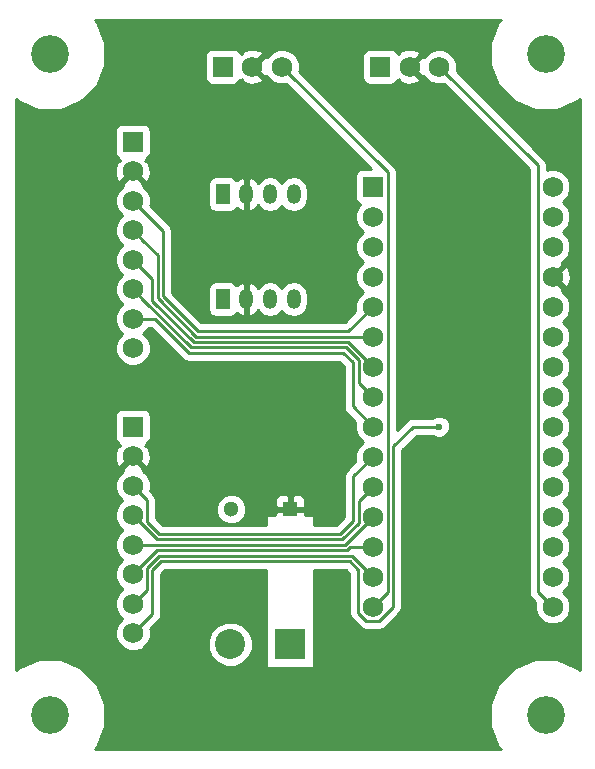
<source format=gbr>
G04 #@! TF.FileFunction,Copper,L2,Bot,Signal*
%FSLAX46Y46*%
G04 Gerber Fmt 4.6, Leading zero omitted, Abs format (unit mm)*
G04 Created by KiCad (PCBNEW 4.0.3+e1-6302~38~ubuntu15.04.1-stable) date Sat Aug 27 17:27:27 2016*
%MOMM*%
%LPD*%
G01*
G04 APERTURE LIST*
%ADD10C,0.100000*%
%ADD11R,1.727200X1.727200*%
%ADD12C,1.727200*%
%ADD13R,1.300000X1.300000*%
%ADD14C,1.300000*%
%ADD15R,1.750000X1.750000*%
%ADD16C,1.750000*%
%ADD17R,1.200000X1.700000*%
%ADD18O,1.200000X1.700000*%
%ADD19R,2.540000X2.540000*%
%ADD20C,2.540000*%
%ADD21C,3.200000*%
%ADD22C,0.600000*%
%ADD23C,0.250000*%
%ADD24C,0.254000*%
G04 APERTURE END LIST*
D10*
D11*
X86360000Y-55245000D03*
D12*
X86360000Y-57785000D03*
X86360000Y-60325000D03*
X86360000Y-62865000D03*
X86360000Y-65405000D03*
X86360000Y-67945000D03*
X86360000Y-70485000D03*
X86360000Y-73025000D03*
X86360000Y-75565000D03*
X86360000Y-78105000D03*
X86360000Y-80645000D03*
X86360000Y-83185000D03*
X86360000Y-85725000D03*
X86360000Y-88265000D03*
X86360000Y-90805000D03*
X101600000Y-90805000D03*
X101600000Y-88265000D03*
X101600000Y-85725000D03*
X101600000Y-83185000D03*
X101600000Y-80645000D03*
X101600000Y-78105000D03*
X101600000Y-75565000D03*
X101600000Y-73025000D03*
X101600000Y-70485000D03*
X101600000Y-67945000D03*
X101600000Y-65405000D03*
X101600000Y-62865000D03*
X101600000Y-60325000D03*
X101600000Y-57785000D03*
X101600000Y-55245000D03*
D13*
X79375000Y-82550000D03*
D14*
X74375000Y-82550000D03*
D15*
X66040000Y-51435000D03*
D16*
X66040000Y-53935000D03*
X66040000Y-56435000D03*
X66040000Y-58935000D03*
X66040000Y-61435000D03*
X66040000Y-63935000D03*
X66040000Y-66435000D03*
X66040000Y-68935000D03*
D15*
X66040000Y-75565000D03*
D16*
X66040000Y-78065000D03*
X66040000Y-80565000D03*
X66040000Y-83065000D03*
X66040000Y-85565000D03*
X66040000Y-88065000D03*
X66040000Y-90565000D03*
X66040000Y-93065000D03*
D17*
X73660000Y-55880000D03*
D18*
X75660000Y-55880000D03*
X77660000Y-55880000D03*
X79660000Y-55880000D03*
D17*
X73660000Y-64770000D03*
D18*
X75660000Y-64770000D03*
X77660000Y-64770000D03*
X79660000Y-64770000D03*
D19*
X79375000Y-93980000D03*
D20*
X74295000Y-93980000D03*
D15*
X73660000Y-45085000D03*
D16*
X76160000Y-45085000D03*
X78660000Y-45085000D03*
D15*
X86995000Y-45085000D03*
D16*
X89495000Y-45085000D03*
X91995000Y-45085000D03*
D21*
X59000000Y-44000000D03*
X101000000Y-44000000D03*
X59000000Y-100000000D03*
X101000000Y-100000000D03*
D22*
X91980000Y-75565000D03*
D23*
X71536410Y-67469242D02*
X68590031Y-64522863D01*
X84295758Y-67469242D02*
X71536410Y-67469242D01*
X68590031Y-58985031D02*
X66914999Y-57309999D01*
X68590031Y-64522863D02*
X68590031Y-58985031D01*
X86360000Y-65405000D02*
X84295758Y-67469242D01*
X66914999Y-57309999D02*
X66040000Y-56435000D01*
X66914999Y-59809999D02*
X66040000Y-58935000D01*
X86360000Y-67945000D02*
X71375757Y-67945000D01*
X68140020Y-61035020D02*
X66914999Y-59809999D01*
X68140020Y-64709263D02*
X68140020Y-61035020D01*
X71375757Y-67945000D02*
X68140020Y-64709263D01*
X66914999Y-62309999D02*
X66040000Y-61435000D01*
X67690009Y-64895663D02*
X67690009Y-63085009D01*
X71189357Y-68395011D02*
X67690009Y-64895663D01*
X84270011Y-68395011D02*
X71189357Y-68395011D01*
X67690009Y-63085009D02*
X66914999Y-62309999D01*
X86360000Y-70485000D02*
X84270011Y-68395011D01*
X86360000Y-73025000D02*
X85171399Y-71836399D01*
X66914999Y-64809999D02*
X66040000Y-63935000D01*
X85171399Y-71836399D02*
X85171399Y-69957784D01*
X70950019Y-68845019D02*
X66914999Y-64809999D01*
X85171399Y-69957784D02*
X84058634Y-68845019D01*
X84058634Y-68845019D02*
X70950019Y-68845019D01*
X66040000Y-66435000D02*
X67903590Y-66435000D01*
X67903590Y-66435000D02*
X70763619Y-69295029D01*
X84648040Y-73853040D02*
X86360000Y-75565000D01*
X70763619Y-69295029D02*
X83833611Y-69295029D01*
X83833611Y-69295029D02*
X84648040Y-70109458D01*
X84648040Y-70109458D02*
X84648040Y-73853040D01*
X66040000Y-66435000D02*
X67773580Y-66435000D01*
X66040000Y-80565000D02*
X67240001Y-81765001D01*
X67240001Y-81765001D02*
X67240001Y-83628591D01*
X67240001Y-83628591D02*
X68276388Y-84664978D01*
X68276388Y-84664978D02*
X83573052Y-84664978D01*
X83573052Y-84664978D02*
X84721389Y-83516641D01*
X84721389Y-83516641D02*
X84721389Y-79743611D01*
X84721389Y-79743611D02*
X86360000Y-78105000D01*
X66595000Y-80010000D02*
X66040000Y-80565000D01*
X86360000Y-80645000D02*
X85171399Y-81833601D01*
X85171399Y-83703042D02*
X83759452Y-85114989D01*
X85171399Y-81833601D02*
X85171399Y-83703042D01*
X83759452Y-85114989D02*
X68089989Y-85114989D01*
X68089989Y-85114989D02*
X66040000Y-83065000D01*
X83980000Y-85565000D02*
X66040000Y-85565000D01*
X86360000Y-83185000D02*
X83980000Y-85565000D01*
X86360000Y-85725000D02*
X84456410Y-85725000D01*
X84456410Y-85725000D02*
X84152799Y-86028611D01*
X84152799Y-86028611D02*
X68076389Y-86028611D01*
X68076389Y-86028611D02*
X66040000Y-88065000D01*
X66240000Y-88265000D02*
X66040000Y-88065000D01*
X66040000Y-90565000D02*
X67240001Y-89364999D01*
X67240001Y-89364999D02*
X67240001Y-87501409D01*
X67240001Y-87501409D02*
X68252466Y-86488944D01*
X68252466Y-86488944D02*
X84583944Y-86488944D01*
X84583944Y-86488944D02*
X86360000Y-88265000D01*
X87618458Y-89546542D02*
X87618458Y-54043458D01*
X87618458Y-54043458D02*
X78660000Y-45085000D01*
X86360000Y-90805000D02*
X87618458Y-89546542D01*
X100330000Y-53420000D02*
X91995000Y-45085000D01*
X100330000Y-89535000D02*
X100330000Y-53420000D01*
X101600000Y-90805000D02*
X100330000Y-89535000D01*
X91980000Y-75565000D02*
X89756351Y-75565000D01*
X89756351Y-75565000D02*
X88082253Y-77239098D01*
X88082253Y-77239098D02*
X88082253Y-90840569D01*
X88082253Y-90840569D02*
X86929221Y-91993601D01*
X85147784Y-87692758D02*
X84404421Y-86949395D01*
X86929221Y-91993601D02*
X85809095Y-91993601D01*
X68442089Y-86949395D02*
X67690011Y-87701473D01*
X85809095Y-91993601D02*
X85147784Y-91332290D01*
X85147784Y-91332290D02*
X85147784Y-87692758D01*
X84404421Y-86949395D02*
X68442089Y-86949395D01*
X67690011Y-87701473D02*
X67690011Y-91414989D01*
X66914999Y-92190001D02*
X66040000Y-93065000D01*
X67690011Y-91414989D02*
X66914999Y-92190001D01*
X66040000Y-93065000D02*
X66040000Y-93345000D01*
D24*
G36*
X96994981Y-41318874D02*
X96273823Y-43055617D01*
X96272182Y-44936133D01*
X96990308Y-46674132D01*
X98318874Y-48005019D01*
X100055617Y-48726177D01*
X101936133Y-48727818D01*
X103674132Y-48009692D01*
X103873000Y-47811171D01*
X103873000Y-96187190D01*
X103681126Y-95994981D01*
X101944383Y-95273823D01*
X100063867Y-95272182D01*
X98325868Y-95990308D01*
X96994981Y-97318874D01*
X96273823Y-99055617D01*
X96272182Y-100936133D01*
X96990308Y-102674132D01*
X97188829Y-102873000D01*
X62812810Y-102873000D01*
X63005019Y-102681126D01*
X63726177Y-100944383D01*
X63727818Y-99063867D01*
X63009692Y-97325868D01*
X61681126Y-95994981D01*
X59944383Y-95273823D01*
X58063867Y-95272182D01*
X56325868Y-95990308D01*
X56127000Y-96188829D01*
X56127000Y-74690000D01*
X64517560Y-74690000D01*
X64517560Y-76440000D01*
X64561838Y-76675317D01*
X64700910Y-76891441D01*
X64902226Y-77028994D01*
X64863306Y-77067914D01*
X64977938Y-77182546D01*
X64724047Y-77265884D01*
X64518410Y-77830306D01*
X64544421Y-78430458D01*
X64724047Y-78864116D01*
X64977940Y-78947455D01*
X65860395Y-78065000D01*
X65846253Y-78050858D01*
X66025858Y-77871253D01*
X66040000Y-77885395D01*
X66054143Y-77871253D01*
X66233748Y-78050858D01*
X66219605Y-78065000D01*
X67102060Y-78947455D01*
X67355953Y-78864116D01*
X67561590Y-78299694D01*
X67535579Y-77699542D01*
X67355953Y-77265884D01*
X67102062Y-77182546D01*
X67216694Y-77067914D01*
X67175644Y-77026864D01*
X67366441Y-76904090D01*
X67511431Y-76691890D01*
X67562440Y-76440000D01*
X67562440Y-74690000D01*
X67518162Y-74454683D01*
X67379090Y-74238559D01*
X67166890Y-74093569D01*
X66915000Y-74042560D01*
X65165000Y-74042560D01*
X64929683Y-74086838D01*
X64713559Y-74225910D01*
X64568569Y-74438110D01*
X64517560Y-74690000D01*
X56127000Y-74690000D01*
X56127000Y-56734040D01*
X64529738Y-56734040D01*
X64759138Y-57289229D01*
X65154536Y-57685318D01*
X64760630Y-58078537D01*
X64530262Y-58633325D01*
X64529738Y-59234040D01*
X64759138Y-59789229D01*
X65154536Y-60185318D01*
X64760630Y-60578537D01*
X64530262Y-61133325D01*
X64529738Y-61734040D01*
X64759138Y-62289229D01*
X65154536Y-62685318D01*
X64760630Y-63078537D01*
X64530262Y-63633325D01*
X64529738Y-64234040D01*
X64759138Y-64789229D01*
X65154536Y-65185318D01*
X64760630Y-65578537D01*
X64530262Y-66133325D01*
X64529738Y-66734040D01*
X64759138Y-67289229D01*
X65154536Y-67685318D01*
X64760630Y-68078537D01*
X64530262Y-68633325D01*
X64529738Y-69234040D01*
X64759138Y-69789229D01*
X65183537Y-70214370D01*
X65738325Y-70444738D01*
X66339040Y-70445262D01*
X66894229Y-70215862D01*
X67319370Y-69791463D01*
X67549738Y-69236675D01*
X67550262Y-68635960D01*
X67320862Y-68080771D01*
X66925464Y-67684682D01*
X67319370Y-67291463D01*
X67359425Y-67195000D01*
X67588788Y-67195000D01*
X70226218Y-69832430D01*
X70472780Y-69997177D01*
X70763619Y-70055029D01*
X83518809Y-70055029D01*
X83888040Y-70424260D01*
X83888040Y-73853040D01*
X83945892Y-74143879D01*
X84110639Y-74390441D01*
X84898084Y-75177886D01*
X84861661Y-75265602D01*
X84861141Y-75861782D01*
X85088808Y-76412780D01*
X85510003Y-76834710D01*
X85510931Y-76835095D01*
X85090290Y-77255003D01*
X84861661Y-77805602D01*
X84861141Y-78401782D01*
X84898354Y-78491844D01*
X84183988Y-79206210D01*
X84019241Y-79452772D01*
X83961389Y-79743611D01*
X83961389Y-83201839D01*
X83258250Y-83904978D01*
X81407000Y-83904978D01*
X81407000Y-83185000D01*
X81398315Y-83138841D01*
X81371035Y-83096447D01*
X81329410Y-83068006D01*
X81280000Y-83058000D01*
X80660000Y-83058000D01*
X80660000Y-82835750D01*
X80501250Y-82677000D01*
X79502000Y-82677000D01*
X79502000Y-82697000D01*
X79248000Y-82697000D01*
X79248000Y-82677000D01*
X78248750Y-82677000D01*
X78090000Y-82835750D01*
X78090000Y-83058000D01*
X77470000Y-83058000D01*
X77423841Y-83066685D01*
X77381447Y-83093965D01*
X77353006Y-83135590D01*
X77343000Y-83185000D01*
X77343000Y-83904978D01*
X68591190Y-83904978D01*
X68000001Y-83313789D01*
X68000001Y-82804481D01*
X73089777Y-82804481D01*
X73284995Y-83276943D01*
X73646155Y-83638735D01*
X74118276Y-83834777D01*
X74629481Y-83835223D01*
X75101943Y-83640005D01*
X75463735Y-83278845D01*
X75659777Y-82806724D01*
X75660223Y-82295519D01*
X75465005Y-81823057D01*
X75415725Y-81773690D01*
X78090000Y-81773690D01*
X78090000Y-82264250D01*
X78248750Y-82423000D01*
X79248000Y-82423000D01*
X79248000Y-81423750D01*
X79502000Y-81423750D01*
X79502000Y-82423000D01*
X80501250Y-82423000D01*
X80660000Y-82264250D01*
X80660000Y-81773690D01*
X80563327Y-81540301D01*
X80384698Y-81361673D01*
X80151309Y-81265000D01*
X79660750Y-81265000D01*
X79502000Y-81423750D01*
X79248000Y-81423750D01*
X79089250Y-81265000D01*
X78598691Y-81265000D01*
X78365302Y-81361673D01*
X78186673Y-81540301D01*
X78090000Y-81773690D01*
X75415725Y-81773690D01*
X75103845Y-81461265D01*
X74631724Y-81265223D01*
X74120519Y-81264777D01*
X73648057Y-81459995D01*
X73286265Y-81821155D01*
X73090223Y-82293276D01*
X73089777Y-82804481D01*
X68000001Y-82804481D01*
X68000001Y-81765001D01*
X67942149Y-81474162D01*
X67777402Y-81227600D01*
X67510639Y-80960837D01*
X67549738Y-80866675D01*
X67550262Y-80265960D01*
X67320862Y-79710771D01*
X67232191Y-79621945D01*
X67132401Y-79472599D01*
X66984361Y-79373682D01*
X66896463Y-79285630D01*
X66873531Y-79276108D01*
X66922455Y-79127060D01*
X66040000Y-78244605D01*
X65157545Y-79127060D01*
X65206318Y-79275648D01*
X65185771Y-79284138D01*
X64760630Y-79708537D01*
X64530262Y-80263325D01*
X64529738Y-80864040D01*
X64759138Y-81419229D01*
X65154536Y-81815318D01*
X64760630Y-82208537D01*
X64530262Y-82763325D01*
X64529738Y-83364040D01*
X64759138Y-83919229D01*
X65154536Y-84315318D01*
X64760630Y-84708537D01*
X64530262Y-85263325D01*
X64529738Y-85864040D01*
X64759138Y-86419229D01*
X65154536Y-86815318D01*
X64760630Y-87208537D01*
X64530262Y-87763325D01*
X64529738Y-88364040D01*
X64759138Y-88919229D01*
X65154536Y-89315318D01*
X64760630Y-89708537D01*
X64530262Y-90263325D01*
X64529738Y-90864040D01*
X64759138Y-91419229D01*
X65154536Y-91815318D01*
X64760630Y-92208537D01*
X64530262Y-92763325D01*
X64529738Y-93364040D01*
X64759138Y-93919229D01*
X65183537Y-94344370D01*
X65738325Y-94574738D01*
X66339040Y-94575262D01*
X66866631Y-94357265D01*
X72389670Y-94357265D01*
X72679078Y-95057686D01*
X73214495Y-95594039D01*
X73914410Y-95884668D01*
X74672265Y-95885330D01*
X75372686Y-95595922D01*
X75909039Y-95060505D01*
X76199668Y-94360590D01*
X76200330Y-93602735D01*
X75910922Y-92902314D01*
X75375505Y-92365961D01*
X74675590Y-92075332D01*
X73917735Y-92074670D01*
X73217314Y-92364078D01*
X72680961Y-92899495D01*
X72390332Y-93599410D01*
X72389670Y-94357265D01*
X66866631Y-94357265D01*
X66894229Y-94345862D01*
X67319370Y-93921463D01*
X67549738Y-93366675D01*
X67550262Y-92765960D01*
X67510375Y-92669427D01*
X68227412Y-91952390D01*
X68392159Y-91705829D01*
X68408609Y-91623129D01*
X68450011Y-91414989D01*
X68450011Y-88016275D01*
X68756891Y-87709395D01*
X77343000Y-87709395D01*
X77343000Y-95885000D01*
X77351685Y-95931159D01*
X77378965Y-95973553D01*
X77420590Y-96001994D01*
X77470000Y-96012000D01*
X81280000Y-96012000D01*
X81326159Y-96003315D01*
X81368553Y-95976035D01*
X81396994Y-95934410D01*
X81407000Y-95885000D01*
X81407000Y-87709395D01*
X84089619Y-87709395D01*
X84387784Y-88007560D01*
X84387784Y-91332290D01*
X84445636Y-91623129D01*
X84610383Y-91869691D01*
X85271694Y-92531002D01*
X85518256Y-92695749D01*
X85809095Y-92753601D01*
X86929221Y-92753601D01*
X87220060Y-92695749D01*
X87466622Y-92531002D01*
X88619654Y-91377971D01*
X88784400Y-91131409D01*
X88784401Y-91131408D01*
X88842253Y-90840569D01*
X88842253Y-77553900D01*
X90071153Y-76325000D01*
X91417537Y-76325000D01*
X91449673Y-76357192D01*
X91793201Y-76499838D01*
X92165167Y-76500162D01*
X92508943Y-76358117D01*
X92772192Y-76095327D01*
X92914838Y-75751799D01*
X92915162Y-75379833D01*
X92773117Y-75036057D01*
X92510327Y-74772808D01*
X92166799Y-74630162D01*
X91794833Y-74629838D01*
X91451057Y-74771883D01*
X91417882Y-74805000D01*
X89756351Y-74805000D01*
X89465512Y-74862852D01*
X89218950Y-75027599D01*
X88378458Y-75868091D01*
X88378458Y-54043458D01*
X88320606Y-53752619D01*
X88155859Y-53506057D01*
X80130639Y-45480837D01*
X80169738Y-45386675D01*
X80170262Y-44785960D01*
X79940862Y-44230771D01*
X79920128Y-44210000D01*
X85472560Y-44210000D01*
X85472560Y-45960000D01*
X85516838Y-46195317D01*
X85655910Y-46411441D01*
X85868110Y-46556431D01*
X86120000Y-46607440D01*
X87870000Y-46607440D01*
X88105317Y-46563162D01*
X88321441Y-46424090D01*
X88458994Y-46222774D01*
X88497914Y-46261694D01*
X88612546Y-46147062D01*
X88695884Y-46400953D01*
X89260306Y-46606590D01*
X89860458Y-46580579D01*
X90294116Y-46400953D01*
X90377455Y-46147060D01*
X89495000Y-45264605D01*
X89480858Y-45278748D01*
X89301253Y-45099143D01*
X89315395Y-45085000D01*
X89674605Y-45085000D01*
X90557060Y-45967455D01*
X90705648Y-45918682D01*
X90714138Y-45939229D01*
X91138537Y-46364370D01*
X91693325Y-46594738D01*
X92294040Y-46595262D01*
X92390573Y-46555375D01*
X99570000Y-53734802D01*
X99570000Y-89535000D01*
X99627852Y-89825839D01*
X99792599Y-90072401D01*
X100138084Y-90417886D01*
X100101661Y-90505602D01*
X100101141Y-91101782D01*
X100328808Y-91652780D01*
X100750003Y-92074710D01*
X101300602Y-92303339D01*
X101896782Y-92303859D01*
X102447780Y-92076192D01*
X102869710Y-91654997D01*
X103098339Y-91104398D01*
X103098859Y-90508218D01*
X102871192Y-89957220D01*
X102449997Y-89535290D01*
X102449069Y-89534905D01*
X102869710Y-89114997D01*
X103098339Y-88564398D01*
X103098859Y-87968218D01*
X102871192Y-87417220D01*
X102449997Y-86995290D01*
X102449069Y-86994905D01*
X102869710Y-86574997D01*
X103098339Y-86024398D01*
X103098859Y-85428218D01*
X102871192Y-84877220D01*
X102449997Y-84455290D01*
X102449069Y-84454905D01*
X102869710Y-84034997D01*
X103098339Y-83484398D01*
X103098859Y-82888218D01*
X102871192Y-82337220D01*
X102449997Y-81915290D01*
X102449069Y-81914905D01*
X102869710Y-81494997D01*
X103098339Y-80944398D01*
X103098859Y-80348218D01*
X102871192Y-79797220D01*
X102449997Y-79375290D01*
X102449069Y-79374905D01*
X102869710Y-78954997D01*
X103098339Y-78404398D01*
X103098859Y-77808218D01*
X102871192Y-77257220D01*
X102449997Y-76835290D01*
X102449069Y-76834905D01*
X102869710Y-76414997D01*
X103098339Y-75864398D01*
X103098859Y-75268218D01*
X102871192Y-74717220D01*
X102449997Y-74295290D01*
X102449069Y-74294905D01*
X102869710Y-73874997D01*
X103098339Y-73324398D01*
X103098859Y-72728218D01*
X102871192Y-72177220D01*
X102449997Y-71755290D01*
X102449069Y-71754905D01*
X102869710Y-71334997D01*
X103098339Y-70784398D01*
X103098859Y-70188218D01*
X102871192Y-69637220D01*
X102449997Y-69215290D01*
X102449069Y-69214905D01*
X102869710Y-68794997D01*
X103098339Y-68244398D01*
X103098859Y-67648218D01*
X102871192Y-67097220D01*
X102449997Y-66675290D01*
X102449069Y-66674905D01*
X102869710Y-66254997D01*
X103098339Y-65704398D01*
X103098859Y-65108218D01*
X102871192Y-64557220D01*
X102449997Y-64135290D01*
X102409463Y-64118459D01*
X102474200Y-63918805D01*
X101600000Y-63044605D01*
X101585858Y-63058748D01*
X101406253Y-62879143D01*
X101420395Y-62865000D01*
X101779605Y-62865000D01*
X102653805Y-63739200D01*
X102906516Y-63657259D01*
X103110248Y-63096970D01*
X103084058Y-62501365D01*
X102906516Y-62072741D01*
X102653805Y-61990800D01*
X101779605Y-62865000D01*
X101420395Y-62865000D01*
X101406253Y-62850858D01*
X101585858Y-62671253D01*
X101600000Y-62685395D01*
X102474200Y-61811195D01*
X102409601Y-61611967D01*
X102447780Y-61596192D01*
X102869710Y-61174997D01*
X103098339Y-60624398D01*
X103098859Y-60028218D01*
X102871192Y-59477220D01*
X102449997Y-59055290D01*
X102449069Y-59054905D01*
X102869710Y-58634997D01*
X103098339Y-58084398D01*
X103098859Y-57488218D01*
X102871192Y-56937220D01*
X102449997Y-56515290D01*
X102449069Y-56514905D01*
X102869710Y-56094997D01*
X103098339Y-55544398D01*
X103098859Y-54948218D01*
X102871192Y-54397220D01*
X102449997Y-53975290D01*
X101899398Y-53746661D01*
X101303218Y-53746141D01*
X101090000Y-53834241D01*
X101090000Y-53420000D01*
X101032148Y-53129161D01*
X100867401Y-52882599D01*
X93465639Y-45480837D01*
X93504738Y-45386675D01*
X93505262Y-44785960D01*
X93275862Y-44230771D01*
X92851463Y-43805630D01*
X92296675Y-43575262D01*
X91695960Y-43574738D01*
X91140771Y-43804138D01*
X90715630Y-44228537D01*
X90706108Y-44251469D01*
X90557060Y-44202545D01*
X89674605Y-45085000D01*
X89315395Y-45085000D01*
X89301253Y-45070858D01*
X89480858Y-44891253D01*
X89495000Y-44905395D01*
X90377455Y-44022940D01*
X90294116Y-43769047D01*
X89729694Y-43563410D01*
X89129542Y-43589421D01*
X88695884Y-43769047D01*
X88612546Y-44022938D01*
X88497914Y-43908306D01*
X88456864Y-43949356D01*
X88334090Y-43758559D01*
X88121890Y-43613569D01*
X87870000Y-43562560D01*
X86120000Y-43562560D01*
X85884683Y-43606838D01*
X85668559Y-43745910D01*
X85523569Y-43958110D01*
X85472560Y-44210000D01*
X79920128Y-44210000D01*
X79516463Y-43805630D01*
X78961675Y-43575262D01*
X78360960Y-43574738D01*
X77805771Y-43804138D01*
X77380630Y-44228537D01*
X77371108Y-44251469D01*
X77222060Y-44202545D01*
X76339605Y-45085000D01*
X77222060Y-45967455D01*
X77370648Y-45918682D01*
X77379138Y-45939229D01*
X77803537Y-46364370D01*
X78358325Y-46594738D01*
X78959040Y-46595262D01*
X79055573Y-46555375D01*
X86234158Y-53733960D01*
X85496400Y-53733960D01*
X85261083Y-53778238D01*
X85044959Y-53917310D01*
X84899969Y-54129510D01*
X84848960Y-54381400D01*
X84848960Y-56108600D01*
X84893238Y-56343917D01*
X85032310Y-56560041D01*
X85244510Y-56705031D01*
X85307820Y-56717852D01*
X85090290Y-56935003D01*
X84861661Y-57485602D01*
X84861141Y-58081782D01*
X85088808Y-58632780D01*
X85510003Y-59054710D01*
X85510931Y-59055095D01*
X85090290Y-59475003D01*
X84861661Y-60025602D01*
X84861141Y-60621782D01*
X85088808Y-61172780D01*
X85510003Y-61594710D01*
X85510931Y-61595095D01*
X85090290Y-62015003D01*
X84861661Y-62565602D01*
X84861141Y-63161782D01*
X85088808Y-63712780D01*
X85510003Y-64134710D01*
X85510931Y-64135095D01*
X85090290Y-64555003D01*
X84861661Y-65105602D01*
X84861141Y-65701782D01*
X84898354Y-65791844D01*
X83980956Y-66709242D01*
X71851212Y-66709242D01*
X69350031Y-64208061D01*
X69350031Y-63920000D01*
X72412560Y-63920000D01*
X72412560Y-65620000D01*
X72456838Y-65855317D01*
X72595910Y-66071441D01*
X72808110Y-66216431D01*
X73060000Y-66267440D01*
X74260000Y-66267440D01*
X74495317Y-66223162D01*
X74711441Y-66084090D01*
X74815571Y-65931691D01*
X74830875Y-65951933D01*
X75250624Y-66198286D01*
X75342391Y-66213462D01*
X75533000Y-66088731D01*
X75533000Y-64897000D01*
X75513000Y-64897000D01*
X75513000Y-64643000D01*
X75533000Y-64643000D01*
X75533000Y-63451269D01*
X75787000Y-63451269D01*
X75787000Y-64643000D01*
X75807000Y-64643000D01*
X75807000Y-64897000D01*
X75787000Y-64897000D01*
X75787000Y-66088731D01*
X75977609Y-66213462D01*
X76069376Y-66198286D01*
X76489125Y-65951933D01*
X76657590Y-65729109D01*
X76786723Y-65922370D01*
X77187386Y-66190084D01*
X77660000Y-66284093D01*
X78132614Y-66190084D01*
X78533277Y-65922370D01*
X78660000Y-65732715D01*
X78786723Y-65922370D01*
X79187386Y-66190084D01*
X79660000Y-66284093D01*
X80132614Y-66190084D01*
X80533277Y-65922370D01*
X80800991Y-65521707D01*
X80895000Y-65049093D01*
X80895000Y-64490907D01*
X80800991Y-64018293D01*
X80533277Y-63617630D01*
X80132614Y-63349916D01*
X79660000Y-63255907D01*
X79187386Y-63349916D01*
X78786723Y-63617630D01*
X78660000Y-63807285D01*
X78533277Y-63617630D01*
X78132614Y-63349916D01*
X77660000Y-63255907D01*
X77187386Y-63349916D01*
X76786723Y-63617630D01*
X76657590Y-63810891D01*
X76489125Y-63588067D01*
X76069376Y-63341714D01*
X75977609Y-63326538D01*
X75787000Y-63451269D01*
X75533000Y-63451269D01*
X75342391Y-63326538D01*
X75250624Y-63341714D01*
X74830875Y-63588067D01*
X74814731Y-63609420D01*
X74724090Y-63468559D01*
X74511890Y-63323569D01*
X74260000Y-63272560D01*
X73060000Y-63272560D01*
X72824683Y-63316838D01*
X72608559Y-63455910D01*
X72463569Y-63668110D01*
X72412560Y-63920000D01*
X69350031Y-63920000D01*
X69350031Y-58985031D01*
X69292179Y-58694192D01*
X69127432Y-58447630D01*
X67510639Y-56830837D01*
X67549738Y-56736675D01*
X67550262Y-56135960D01*
X67320862Y-55580771D01*
X66896463Y-55155630D01*
X66873531Y-55146108D01*
X66911642Y-55030000D01*
X72412560Y-55030000D01*
X72412560Y-56730000D01*
X72456838Y-56965317D01*
X72595910Y-57181441D01*
X72808110Y-57326431D01*
X73060000Y-57377440D01*
X74260000Y-57377440D01*
X74495317Y-57333162D01*
X74711441Y-57194090D01*
X74815571Y-57041691D01*
X74830875Y-57061933D01*
X75250624Y-57308286D01*
X75342391Y-57323462D01*
X75533000Y-57198731D01*
X75533000Y-56007000D01*
X75513000Y-56007000D01*
X75513000Y-55753000D01*
X75533000Y-55753000D01*
X75533000Y-54561269D01*
X75787000Y-54561269D01*
X75787000Y-55753000D01*
X75807000Y-55753000D01*
X75807000Y-56007000D01*
X75787000Y-56007000D01*
X75787000Y-57198731D01*
X75977609Y-57323462D01*
X76069376Y-57308286D01*
X76489125Y-57061933D01*
X76657590Y-56839109D01*
X76786723Y-57032370D01*
X77187386Y-57300084D01*
X77660000Y-57394093D01*
X78132614Y-57300084D01*
X78533277Y-57032370D01*
X78660000Y-56842715D01*
X78786723Y-57032370D01*
X79187386Y-57300084D01*
X79660000Y-57394093D01*
X80132614Y-57300084D01*
X80533277Y-57032370D01*
X80800991Y-56631707D01*
X80895000Y-56159093D01*
X80895000Y-55600907D01*
X80800991Y-55128293D01*
X80533277Y-54727630D01*
X80132614Y-54459916D01*
X79660000Y-54365907D01*
X79187386Y-54459916D01*
X78786723Y-54727630D01*
X78660000Y-54917285D01*
X78533277Y-54727630D01*
X78132614Y-54459916D01*
X77660000Y-54365907D01*
X77187386Y-54459916D01*
X76786723Y-54727630D01*
X76657590Y-54920891D01*
X76489125Y-54698067D01*
X76069376Y-54451714D01*
X75977609Y-54436538D01*
X75787000Y-54561269D01*
X75533000Y-54561269D01*
X75342391Y-54436538D01*
X75250624Y-54451714D01*
X74830875Y-54698067D01*
X74814731Y-54719420D01*
X74724090Y-54578559D01*
X74511890Y-54433569D01*
X74260000Y-54382560D01*
X73060000Y-54382560D01*
X72824683Y-54426838D01*
X72608559Y-54565910D01*
X72463569Y-54778110D01*
X72412560Y-55030000D01*
X66911642Y-55030000D01*
X66922455Y-54997060D01*
X66040000Y-54114605D01*
X65157545Y-54997060D01*
X65206318Y-55145648D01*
X65185771Y-55154138D01*
X64760630Y-55578537D01*
X64530262Y-56133325D01*
X64529738Y-56734040D01*
X56127000Y-56734040D01*
X56127000Y-50560000D01*
X64517560Y-50560000D01*
X64517560Y-52310000D01*
X64561838Y-52545317D01*
X64700910Y-52761441D01*
X64902226Y-52898994D01*
X64863306Y-52937914D01*
X64977938Y-53052546D01*
X64724047Y-53135884D01*
X64518410Y-53700306D01*
X64544421Y-54300458D01*
X64724047Y-54734116D01*
X64977940Y-54817455D01*
X65860395Y-53935000D01*
X65846253Y-53920858D01*
X66025858Y-53741253D01*
X66040000Y-53755395D01*
X66054143Y-53741253D01*
X66233748Y-53920858D01*
X66219605Y-53935000D01*
X67102060Y-54817455D01*
X67355953Y-54734116D01*
X67561590Y-54169694D01*
X67535579Y-53569542D01*
X67355953Y-53135884D01*
X67102062Y-53052546D01*
X67216694Y-52937914D01*
X67175644Y-52896864D01*
X67366441Y-52774090D01*
X67511431Y-52561890D01*
X67562440Y-52310000D01*
X67562440Y-50560000D01*
X67518162Y-50324683D01*
X67379090Y-50108559D01*
X67166890Y-49963569D01*
X66915000Y-49912560D01*
X65165000Y-49912560D01*
X64929683Y-49956838D01*
X64713559Y-50095910D01*
X64568569Y-50308110D01*
X64517560Y-50560000D01*
X56127000Y-50560000D01*
X56127000Y-47812810D01*
X56318874Y-48005019D01*
X58055617Y-48726177D01*
X59936133Y-48727818D01*
X61674132Y-48009692D01*
X63005019Y-46681126D01*
X63726177Y-44944383D01*
X63726817Y-44210000D01*
X72137560Y-44210000D01*
X72137560Y-45960000D01*
X72181838Y-46195317D01*
X72320910Y-46411441D01*
X72533110Y-46556431D01*
X72785000Y-46607440D01*
X74535000Y-46607440D01*
X74770317Y-46563162D01*
X74986441Y-46424090D01*
X75123994Y-46222774D01*
X75162914Y-46261694D01*
X75277546Y-46147062D01*
X75360884Y-46400953D01*
X75925306Y-46606590D01*
X76525458Y-46580579D01*
X76959116Y-46400953D01*
X77042455Y-46147060D01*
X76160000Y-45264605D01*
X76145858Y-45278748D01*
X75966253Y-45099143D01*
X75980395Y-45085000D01*
X75966253Y-45070858D01*
X76145858Y-44891253D01*
X76160000Y-44905395D01*
X77042455Y-44022940D01*
X76959116Y-43769047D01*
X76394694Y-43563410D01*
X75794542Y-43589421D01*
X75360884Y-43769047D01*
X75277546Y-44022938D01*
X75162914Y-43908306D01*
X75121864Y-43949356D01*
X74999090Y-43758559D01*
X74786890Y-43613569D01*
X74535000Y-43562560D01*
X72785000Y-43562560D01*
X72549683Y-43606838D01*
X72333559Y-43745910D01*
X72188569Y-43958110D01*
X72137560Y-44210000D01*
X63726817Y-44210000D01*
X63727818Y-43063867D01*
X63009692Y-41325868D01*
X62811171Y-41127000D01*
X97187190Y-41127000D01*
X96994981Y-41318874D01*
X96994981Y-41318874D01*
G37*
X96994981Y-41318874D02*
X96273823Y-43055617D01*
X96272182Y-44936133D01*
X96990308Y-46674132D01*
X98318874Y-48005019D01*
X100055617Y-48726177D01*
X101936133Y-48727818D01*
X103674132Y-48009692D01*
X103873000Y-47811171D01*
X103873000Y-96187190D01*
X103681126Y-95994981D01*
X101944383Y-95273823D01*
X100063867Y-95272182D01*
X98325868Y-95990308D01*
X96994981Y-97318874D01*
X96273823Y-99055617D01*
X96272182Y-100936133D01*
X96990308Y-102674132D01*
X97188829Y-102873000D01*
X62812810Y-102873000D01*
X63005019Y-102681126D01*
X63726177Y-100944383D01*
X63727818Y-99063867D01*
X63009692Y-97325868D01*
X61681126Y-95994981D01*
X59944383Y-95273823D01*
X58063867Y-95272182D01*
X56325868Y-95990308D01*
X56127000Y-96188829D01*
X56127000Y-74690000D01*
X64517560Y-74690000D01*
X64517560Y-76440000D01*
X64561838Y-76675317D01*
X64700910Y-76891441D01*
X64902226Y-77028994D01*
X64863306Y-77067914D01*
X64977938Y-77182546D01*
X64724047Y-77265884D01*
X64518410Y-77830306D01*
X64544421Y-78430458D01*
X64724047Y-78864116D01*
X64977940Y-78947455D01*
X65860395Y-78065000D01*
X65846253Y-78050858D01*
X66025858Y-77871253D01*
X66040000Y-77885395D01*
X66054143Y-77871253D01*
X66233748Y-78050858D01*
X66219605Y-78065000D01*
X67102060Y-78947455D01*
X67355953Y-78864116D01*
X67561590Y-78299694D01*
X67535579Y-77699542D01*
X67355953Y-77265884D01*
X67102062Y-77182546D01*
X67216694Y-77067914D01*
X67175644Y-77026864D01*
X67366441Y-76904090D01*
X67511431Y-76691890D01*
X67562440Y-76440000D01*
X67562440Y-74690000D01*
X67518162Y-74454683D01*
X67379090Y-74238559D01*
X67166890Y-74093569D01*
X66915000Y-74042560D01*
X65165000Y-74042560D01*
X64929683Y-74086838D01*
X64713559Y-74225910D01*
X64568569Y-74438110D01*
X64517560Y-74690000D01*
X56127000Y-74690000D01*
X56127000Y-56734040D01*
X64529738Y-56734040D01*
X64759138Y-57289229D01*
X65154536Y-57685318D01*
X64760630Y-58078537D01*
X64530262Y-58633325D01*
X64529738Y-59234040D01*
X64759138Y-59789229D01*
X65154536Y-60185318D01*
X64760630Y-60578537D01*
X64530262Y-61133325D01*
X64529738Y-61734040D01*
X64759138Y-62289229D01*
X65154536Y-62685318D01*
X64760630Y-63078537D01*
X64530262Y-63633325D01*
X64529738Y-64234040D01*
X64759138Y-64789229D01*
X65154536Y-65185318D01*
X64760630Y-65578537D01*
X64530262Y-66133325D01*
X64529738Y-66734040D01*
X64759138Y-67289229D01*
X65154536Y-67685318D01*
X64760630Y-68078537D01*
X64530262Y-68633325D01*
X64529738Y-69234040D01*
X64759138Y-69789229D01*
X65183537Y-70214370D01*
X65738325Y-70444738D01*
X66339040Y-70445262D01*
X66894229Y-70215862D01*
X67319370Y-69791463D01*
X67549738Y-69236675D01*
X67550262Y-68635960D01*
X67320862Y-68080771D01*
X66925464Y-67684682D01*
X67319370Y-67291463D01*
X67359425Y-67195000D01*
X67588788Y-67195000D01*
X70226218Y-69832430D01*
X70472780Y-69997177D01*
X70763619Y-70055029D01*
X83518809Y-70055029D01*
X83888040Y-70424260D01*
X83888040Y-73853040D01*
X83945892Y-74143879D01*
X84110639Y-74390441D01*
X84898084Y-75177886D01*
X84861661Y-75265602D01*
X84861141Y-75861782D01*
X85088808Y-76412780D01*
X85510003Y-76834710D01*
X85510931Y-76835095D01*
X85090290Y-77255003D01*
X84861661Y-77805602D01*
X84861141Y-78401782D01*
X84898354Y-78491844D01*
X84183988Y-79206210D01*
X84019241Y-79452772D01*
X83961389Y-79743611D01*
X83961389Y-83201839D01*
X83258250Y-83904978D01*
X81407000Y-83904978D01*
X81407000Y-83185000D01*
X81398315Y-83138841D01*
X81371035Y-83096447D01*
X81329410Y-83068006D01*
X81280000Y-83058000D01*
X80660000Y-83058000D01*
X80660000Y-82835750D01*
X80501250Y-82677000D01*
X79502000Y-82677000D01*
X79502000Y-82697000D01*
X79248000Y-82697000D01*
X79248000Y-82677000D01*
X78248750Y-82677000D01*
X78090000Y-82835750D01*
X78090000Y-83058000D01*
X77470000Y-83058000D01*
X77423841Y-83066685D01*
X77381447Y-83093965D01*
X77353006Y-83135590D01*
X77343000Y-83185000D01*
X77343000Y-83904978D01*
X68591190Y-83904978D01*
X68000001Y-83313789D01*
X68000001Y-82804481D01*
X73089777Y-82804481D01*
X73284995Y-83276943D01*
X73646155Y-83638735D01*
X74118276Y-83834777D01*
X74629481Y-83835223D01*
X75101943Y-83640005D01*
X75463735Y-83278845D01*
X75659777Y-82806724D01*
X75660223Y-82295519D01*
X75465005Y-81823057D01*
X75415725Y-81773690D01*
X78090000Y-81773690D01*
X78090000Y-82264250D01*
X78248750Y-82423000D01*
X79248000Y-82423000D01*
X79248000Y-81423750D01*
X79502000Y-81423750D01*
X79502000Y-82423000D01*
X80501250Y-82423000D01*
X80660000Y-82264250D01*
X80660000Y-81773690D01*
X80563327Y-81540301D01*
X80384698Y-81361673D01*
X80151309Y-81265000D01*
X79660750Y-81265000D01*
X79502000Y-81423750D01*
X79248000Y-81423750D01*
X79089250Y-81265000D01*
X78598691Y-81265000D01*
X78365302Y-81361673D01*
X78186673Y-81540301D01*
X78090000Y-81773690D01*
X75415725Y-81773690D01*
X75103845Y-81461265D01*
X74631724Y-81265223D01*
X74120519Y-81264777D01*
X73648057Y-81459995D01*
X73286265Y-81821155D01*
X73090223Y-82293276D01*
X73089777Y-82804481D01*
X68000001Y-82804481D01*
X68000001Y-81765001D01*
X67942149Y-81474162D01*
X67777402Y-81227600D01*
X67510639Y-80960837D01*
X67549738Y-80866675D01*
X67550262Y-80265960D01*
X67320862Y-79710771D01*
X67232191Y-79621945D01*
X67132401Y-79472599D01*
X66984361Y-79373682D01*
X66896463Y-79285630D01*
X66873531Y-79276108D01*
X66922455Y-79127060D01*
X66040000Y-78244605D01*
X65157545Y-79127060D01*
X65206318Y-79275648D01*
X65185771Y-79284138D01*
X64760630Y-79708537D01*
X64530262Y-80263325D01*
X64529738Y-80864040D01*
X64759138Y-81419229D01*
X65154536Y-81815318D01*
X64760630Y-82208537D01*
X64530262Y-82763325D01*
X64529738Y-83364040D01*
X64759138Y-83919229D01*
X65154536Y-84315318D01*
X64760630Y-84708537D01*
X64530262Y-85263325D01*
X64529738Y-85864040D01*
X64759138Y-86419229D01*
X65154536Y-86815318D01*
X64760630Y-87208537D01*
X64530262Y-87763325D01*
X64529738Y-88364040D01*
X64759138Y-88919229D01*
X65154536Y-89315318D01*
X64760630Y-89708537D01*
X64530262Y-90263325D01*
X64529738Y-90864040D01*
X64759138Y-91419229D01*
X65154536Y-91815318D01*
X64760630Y-92208537D01*
X64530262Y-92763325D01*
X64529738Y-93364040D01*
X64759138Y-93919229D01*
X65183537Y-94344370D01*
X65738325Y-94574738D01*
X66339040Y-94575262D01*
X66866631Y-94357265D01*
X72389670Y-94357265D01*
X72679078Y-95057686D01*
X73214495Y-95594039D01*
X73914410Y-95884668D01*
X74672265Y-95885330D01*
X75372686Y-95595922D01*
X75909039Y-95060505D01*
X76199668Y-94360590D01*
X76200330Y-93602735D01*
X75910922Y-92902314D01*
X75375505Y-92365961D01*
X74675590Y-92075332D01*
X73917735Y-92074670D01*
X73217314Y-92364078D01*
X72680961Y-92899495D01*
X72390332Y-93599410D01*
X72389670Y-94357265D01*
X66866631Y-94357265D01*
X66894229Y-94345862D01*
X67319370Y-93921463D01*
X67549738Y-93366675D01*
X67550262Y-92765960D01*
X67510375Y-92669427D01*
X68227412Y-91952390D01*
X68392159Y-91705829D01*
X68408609Y-91623129D01*
X68450011Y-91414989D01*
X68450011Y-88016275D01*
X68756891Y-87709395D01*
X77343000Y-87709395D01*
X77343000Y-95885000D01*
X77351685Y-95931159D01*
X77378965Y-95973553D01*
X77420590Y-96001994D01*
X77470000Y-96012000D01*
X81280000Y-96012000D01*
X81326159Y-96003315D01*
X81368553Y-95976035D01*
X81396994Y-95934410D01*
X81407000Y-95885000D01*
X81407000Y-87709395D01*
X84089619Y-87709395D01*
X84387784Y-88007560D01*
X84387784Y-91332290D01*
X84445636Y-91623129D01*
X84610383Y-91869691D01*
X85271694Y-92531002D01*
X85518256Y-92695749D01*
X85809095Y-92753601D01*
X86929221Y-92753601D01*
X87220060Y-92695749D01*
X87466622Y-92531002D01*
X88619654Y-91377971D01*
X88784400Y-91131409D01*
X88784401Y-91131408D01*
X88842253Y-90840569D01*
X88842253Y-77553900D01*
X90071153Y-76325000D01*
X91417537Y-76325000D01*
X91449673Y-76357192D01*
X91793201Y-76499838D01*
X92165167Y-76500162D01*
X92508943Y-76358117D01*
X92772192Y-76095327D01*
X92914838Y-75751799D01*
X92915162Y-75379833D01*
X92773117Y-75036057D01*
X92510327Y-74772808D01*
X92166799Y-74630162D01*
X91794833Y-74629838D01*
X91451057Y-74771883D01*
X91417882Y-74805000D01*
X89756351Y-74805000D01*
X89465512Y-74862852D01*
X89218950Y-75027599D01*
X88378458Y-75868091D01*
X88378458Y-54043458D01*
X88320606Y-53752619D01*
X88155859Y-53506057D01*
X80130639Y-45480837D01*
X80169738Y-45386675D01*
X80170262Y-44785960D01*
X79940862Y-44230771D01*
X79920128Y-44210000D01*
X85472560Y-44210000D01*
X85472560Y-45960000D01*
X85516838Y-46195317D01*
X85655910Y-46411441D01*
X85868110Y-46556431D01*
X86120000Y-46607440D01*
X87870000Y-46607440D01*
X88105317Y-46563162D01*
X88321441Y-46424090D01*
X88458994Y-46222774D01*
X88497914Y-46261694D01*
X88612546Y-46147062D01*
X88695884Y-46400953D01*
X89260306Y-46606590D01*
X89860458Y-46580579D01*
X90294116Y-46400953D01*
X90377455Y-46147060D01*
X89495000Y-45264605D01*
X89480858Y-45278748D01*
X89301253Y-45099143D01*
X89315395Y-45085000D01*
X89674605Y-45085000D01*
X90557060Y-45967455D01*
X90705648Y-45918682D01*
X90714138Y-45939229D01*
X91138537Y-46364370D01*
X91693325Y-46594738D01*
X92294040Y-46595262D01*
X92390573Y-46555375D01*
X99570000Y-53734802D01*
X99570000Y-89535000D01*
X99627852Y-89825839D01*
X99792599Y-90072401D01*
X100138084Y-90417886D01*
X100101661Y-90505602D01*
X100101141Y-91101782D01*
X100328808Y-91652780D01*
X100750003Y-92074710D01*
X101300602Y-92303339D01*
X101896782Y-92303859D01*
X102447780Y-92076192D01*
X102869710Y-91654997D01*
X103098339Y-91104398D01*
X103098859Y-90508218D01*
X102871192Y-89957220D01*
X102449997Y-89535290D01*
X102449069Y-89534905D01*
X102869710Y-89114997D01*
X103098339Y-88564398D01*
X103098859Y-87968218D01*
X102871192Y-87417220D01*
X102449997Y-86995290D01*
X102449069Y-86994905D01*
X102869710Y-86574997D01*
X103098339Y-86024398D01*
X103098859Y-85428218D01*
X102871192Y-84877220D01*
X102449997Y-84455290D01*
X102449069Y-84454905D01*
X102869710Y-84034997D01*
X103098339Y-83484398D01*
X103098859Y-82888218D01*
X102871192Y-82337220D01*
X102449997Y-81915290D01*
X102449069Y-81914905D01*
X102869710Y-81494997D01*
X103098339Y-80944398D01*
X103098859Y-80348218D01*
X102871192Y-79797220D01*
X102449997Y-79375290D01*
X102449069Y-79374905D01*
X102869710Y-78954997D01*
X103098339Y-78404398D01*
X103098859Y-77808218D01*
X102871192Y-77257220D01*
X102449997Y-76835290D01*
X102449069Y-76834905D01*
X102869710Y-76414997D01*
X103098339Y-75864398D01*
X103098859Y-75268218D01*
X102871192Y-74717220D01*
X102449997Y-74295290D01*
X102449069Y-74294905D01*
X102869710Y-73874997D01*
X103098339Y-73324398D01*
X103098859Y-72728218D01*
X102871192Y-72177220D01*
X102449997Y-71755290D01*
X102449069Y-71754905D01*
X102869710Y-71334997D01*
X103098339Y-70784398D01*
X103098859Y-70188218D01*
X102871192Y-69637220D01*
X102449997Y-69215290D01*
X102449069Y-69214905D01*
X102869710Y-68794997D01*
X103098339Y-68244398D01*
X103098859Y-67648218D01*
X102871192Y-67097220D01*
X102449997Y-66675290D01*
X102449069Y-66674905D01*
X102869710Y-66254997D01*
X103098339Y-65704398D01*
X103098859Y-65108218D01*
X102871192Y-64557220D01*
X102449997Y-64135290D01*
X102409463Y-64118459D01*
X102474200Y-63918805D01*
X101600000Y-63044605D01*
X101585858Y-63058748D01*
X101406253Y-62879143D01*
X101420395Y-62865000D01*
X101779605Y-62865000D01*
X102653805Y-63739200D01*
X102906516Y-63657259D01*
X103110248Y-63096970D01*
X103084058Y-62501365D01*
X102906516Y-62072741D01*
X102653805Y-61990800D01*
X101779605Y-62865000D01*
X101420395Y-62865000D01*
X101406253Y-62850858D01*
X101585858Y-62671253D01*
X101600000Y-62685395D01*
X102474200Y-61811195D01*
X102409601Y-61611967D01*
X102447780Y-61596192D01*
X102869710Y-61174997D01*
X103098339Y-60624398D01*
X103098859Y-60028218D01*
X102871192Y-59477220D01*
X102449997Y-59055290D01*
X102449069Y-59054905D01*
X102869710Y-58634997D01*
X103098339Y-58084398D01*
X103098859Y-57488218D01*
X102871192Y-56937220D01*
X102449997Y-56515290D01*
X102449069Y-56514905D01*
X102869710Y-56094997D01*
X103098339Y-55544398D01*
X103098859Y-54948218D01*
X102871192Y-54397220D01*
X102449997Y-53975290D01*
X101899398Y-53746661D01*
X101303218Y-53746141D01*
X101090000Y-53834241D01*
X101090000Y-53420000D01*
X101032148Y-53129161D01*
X100867401Y-52882599D01*
X93465639Y-45480837D01*
X93504738Y-45386675D01*
X93505262Y-44785960D01*
X93275862Y-44230771D01*
X92851463Y-43805630D01*
X92296675Y-43575262D01*
X91695960Y-43574738D01*
X91140771Y-43804138D01*
X90715630Y-44228537D01*
X90706108Y-44251469D01*
X90557060Y-44202545D01*
X89674605Y-45085000D01*
X89315395Y-45085000D01*
X89301253Y-45070858D01*
X89480858Y-44891253D01*
X89495000Y-44905395D01*
X90377455Y-44022940D01*
X90294116Y-43769047D01*
X89729694Y-43563410D01*
X89129542Y-43589421D01*
X88695884Y-43769047D01*
X88612546Y-44022938D01*
X88497914Y-43908306D01*
X88456864Y-43949356D01*
X88334090Y-43758559D01*
X88121890Y-43613569D01*
X87870000Y-43562560D01*
X86120000Y-43562560D01*
X85884683Y-43606838D01*
X85668559Y-43745910D01*
X85523569Y-43958110D01*
X85472560Y-44210000D01*
X79920128Y-44210000D01*
X79516463Y-43805630D01*
X78961675Y-43575262D01*
X78360960Y-43574738D01*
X77805771Y-43804138D01*
X77380630Y-44228537D01*
X77371108Y-44251469D01*
X77222060Y-44202545D01*
X76339605Y-45085000D01*
X77222060Y-45967455D01*
X77370648Y-45918682D01*
X77379138Y-45939229D01*
X77803537Y-46364370D01*
X78358325Y-46594738D01*
X78959040Y-46595262D01*
X79055573Y-46555375D01*
X86234158Y-53733960D01*
X85496400Y-53733960D01*
X85261083Y-53778238D01*
X85044959Y-53917310D01*
X84899969Y-54129510D01*
X84848960Y-54381400D01*
X84848960Y-56108600D01*
X84893238Y-56343917D01*
X85032310Y-56560041D01*
X85244510Y-56705031D01*
X85307820Y-56717852D01*
X85090290Y-56935003D01*
X84861661Y-57485602D01*
X84861141Y-58081782D01*
X85088808Y-58632780D01*
X85510003Y-59054710D01*
X85510931Y-59055095D01*
X85090290Y-59475003D01*
X84861661Y-60025602D01*
X84861141Y-60621782D01*
X85088808Y-61172780D01*
X85510003Y-61594710D01*
X85510931Y-61595095D01*
X85090290Y-62015003D01*
X84861661Y-62565602D01*
X84861141Y-63161782D01*
X85088808Y-63712780D01*
X85510003Y-64134710D01*
X85510931Y-64135095D01*
X85090290Y-64555003D01*
X84861661Y-65105602D01*
X84861141Y-65701782D01*
X84898354Y-65791844D01*
X83980956Y-66709242D01*
X71851212Y-66709242D01*
X69350031Y-64208061D01*
X69350031Y-63920000D01*
X72412560Y-63920000D01*
X72412560Y-65620000D01*
X72456838Y-65855317D01*
X72595910Y-66071441D01*
X72808110Y-66216431D01*
X73060000Y-66267440D01*
X74260000Y-66267440D01*
X74495317Y-66223162D01*
X74711441Y-66084090D01*
X74815571Y-65931691D01*
X74830875Y-65951933D01*
X75250624Y-66198286D01*
X75342391Y-66213462D01*
X75533000Y-66088731D01*
X75533000Y-64897000D01*
X75513000Y-64897000D01*
X75513000Y-64643000D01*
X75533000Y-64643000D01*
X75533000Y-63451269D01*
X75787000Y-63451269D01*
X75787000Y-64643000D01*
X75807000Y-64643000D01*
X75807000Y-64897000D01*
X75787000Y-64897000D01*
X75787000Y-66088731D01*
X75977609Y-66213462D01*
X76069376Y-66198286D01*
X76489125Y-65951933D01*
X76657590Y-65729109D01*
X76786723Y-65922370D01*
X77187386Y-66190084D01*
X77660000Y-66284093D01*
X78132614Y-66190084D01*
X78533277Y-65922370D01*
X78660000Y-65732715D01*
X78786723Y-65922370D01*
X79187386Y-66190084D01*
X79660000Y-66284093D01*
X80132614Y-66190084D01*
X80533277Y-65922370D01*
X80800991Y-65521707D01*
X80895000Y-65049093D01*
X80895000Y-64490907D01*
X80800991Y-64018293D01*
X80533277Y-63617630D01*
X80132614Y-63349916D01*
X79660000Y-63255907D01*
X79187386Y-63349916D01*
X78786723Y-63617630D01*
X78660000Y-63807285D01*
X78533277Y-63617630D01*
X78132614Y-63349916D01*
X77660000Y-63255907D01*
X77187386Y-63349916D01*
X76786723Y-63617630D01*
X76657590Y-63810891D01*
X76489125Y-63588067D01*
X76069376Y-63341714D01*
X75977609Y-63326538D01*
X75787000Y-63451269D01*
X75533000Y-63451269D01*
X75342391Y-63326538D01*
X75250624Y-63341714D01*
X74830875Y-63588067D01*
X74814731Y-63609420D01*
X74724090Y-63468559D01*
X74511890Y-63323569D01*
X74260000Y-63272560D01*
X73060000Y-63272560D01*
X72824683Y-63316838D01*
X72608559Y-63455910D01*
X72463569Y-63668110D01*
X72412560Y-63920000D01*
X69350031Y-63920000D01*
X69350031Y-58985031D01*
X69292179Y-58694192D01*
X69127432Y-58447630D01*
X67510639Y-56830837D01*
X67549738Y-56736675D01*
X67550262Y-56135960D01*
X67320862Y-55580771D01*
X66896463Y-55155630D01*
X66873531Y-55146108D01*
X66911642Y-55030000D01*
X72412560Y-55030000D01*
X72412560Y-56730000D01*
X72456838Y-56965317D01*
X72595910Y-57181441D01*
X72808110Y-57326431D01*
X73060000Y-57377440D01*
X74260000Y-57377440D01*
X74495317Y-57333162D01*
X74711441Y-57194090D01*
X74815571Y-57041691D01*
X74830875Y-57061933D01*
X75250624Y-57308286D01*
X75342391Y-57323462D01*
X75533000Y-57198731D01*
X75533000Y-56007000D01*
X75513000Y-56007000D01*
X75513000Y-55753000D01*
X75533000Y-55753000D01*
X75533000Y-54561269D01*
X75787000Y-54561269D01*
X75787000Y-55753000D01*
X75807000Y-55753000D01*
X75807000Y-56007000D01*
X75787000Y-56007000D01*
X75787000Y-57198731D01*
X75977609Y-57323462D01*
X76069376Y-57308286D01*
X76489125Y-57061933D01*
X76657590Y-56839109D01*
X76786723Y-57032370D01*
X77187386Y-57300084D01*
X77660000Y-57394093D01*
X78132614Y-57300084D01*
X78533277Y-57032370D01*
X78660000Y-56842715D01*
X78786723Y-57032370D01*
X79187386Y-57300084D01*
X79660000Y-57394093D01*
X80132614Y-57300084D01*
X80533277Y-57032370D01*
X80800991Y-56631707D01*
X80895000Y-56159093D01*
X80895000Y-55600907D01*
X80800991Y-55128293D01*
X80533277Y-54727630D01*
X80132614Y-54459916D01*
X79660000Y-54365907D01*
X79187386Y-54459916D01*
X78786723Y-54727630D01*
X78660000Y-54917285D01*
X78533277Y-54727630D01*
X78132614Y-54459916D01*
X77660000Y-54365907D01*
X77187386Y-54459916D01*
X76786723Y-54727630D01*
X76657590Y-54920891D01*
X76489125Y-54698067D01*
X76069376Y-54451714D01*
X75977609Y-54436538D01*
X75787000Y-54561269D01*
X75533000Y-54561269D01*
X75342391Y-54436538D01*
X75250624Y-54451714D01*
X74830875Y-54698067D01*
X74814731Y-54719420D01*
X74724090Y-54578559D01*
X74511890Y-54433569D01*
X74260000Y-54382560D01*
X73060000Y-54382560D01*
X72824683Y-54426838D01*
X72608559Y-54565910D01*
X72463569Y-54778110D01*
X72412560Y-55030000D01*
X66911642Y-55030000D01*
X66922455Y-54997060D01*
X66040000Y-54114605D01*
X65157545Y-54997060D01*
X65206318Y-55145648D01*
X65185771Y-55154138D01*
X64760630Y-55578537D01*
X64530262Y-56133325D01*
X64529738Y-56734040D01*
X56127000Y-56734040D01*
X56127000Y-50560000D01*
X64517560Y-50560000D01*
X64517560Y-52310000D01*
X64561838Y-52545317D01*
X64700910Y-52761441D01*
X64902226Y-52898994D01*
X64863306Y-52937914D01*
X64977938Y-53052546D01*
X64724047Y-53135884D01*
X64518410Y-53700306D01*
X64544421Y-54300458D01*
X64724047Y-54734116D01*
X64977940Y-54817455D01*
X65860395Y-53935000D01*
X65846253Y-53920858D01*
X66025858Y-53741253D01*
X66040000Y-53755395D01*
X66054143Y-53741253D01*
X66233748Y-53920858D01*
X66219605Y-53935000D01*
X67102060Y-54817455D01*
X67355953Y-54734116D01*
X67561590Y-54169694D01*
X67535579Y-53569542D01*
X67355953Y-53135884D01*
X67102062Y-53052546D01*
X67216694Y-52937914D01*
X67175644Y-52896864D01*
X67366441Y-52774090D01*
X67511431Y-52561890D01*
X67562440Y-52310000D01*
X67562440Y-50560000D01*
X67518162Y-50324683D01*
X67379090Y-50108559D01*
X67166890Y-49963569D01*
X66915000Y-49912560D01*
X65165000Y-49912560D01*
X64929683Y-49956838D01*
X64713559Y-50095910D01*
X64568569Y-50308110D01*
X64517560Y-50560000D01*
X56127000Y-50560000D01*
X56127000Y-47812810D01*
X56318874Y-48005019D01*
X58055617Y-48726177D01*
X59936133Y-48727818D01*
X61674132Y-48009692D01*
X63005019Y-46681126D01*
X63726177Y-44944383D01*
X63726817Y-44210000D01*
X72137560Y-44210000D01*
X72137560Y-45960000D01*
X72181838Y-46195317D01*
X72320910Y-46411441D01*
X72533110Y-46556431D01*
X72785000Y-46607440D01*
X74535000Y-46607440D01*
X74770317Y-46563162D01*
X74986441Y-46424090D01*
X75123994Y-46222774D01*
X75162914Y-46261694D01*
X75277546Y-46147062D01*
X75360884Y-46400953D01*
X75925306Y-46606590D01*
X76525458Y-46580579D01*
X76959116Y-46400953D01*
X77042455Y-46147060D01*
X76160000Y-45264605D01*
X76145858Y-45278748D01*
X75966253Y-45099143D01*
X75980395Y-45085000D01*
X75966253Y-45070858D01*
X76145858Y-44891253D01*
X76160000Y-44905395D01*
X77042455Y-44022940D01*
X76959116Y-43769047D01*
X76394694Y-43563410D01*
X75794542Y-43589421D01*
X75360884Y-43769047D01*
X75277546Y-44022938D01*
X75162914Y-43908306D01*
X75121864Y-43949356D01*
X74999090Y-43758559D01*
X74786890Y-43613569D01*
X74535000Y-43562560D01*
X72785000Y-43562560D01*
X72549683Y-43606838D01*
X72333559Y-43745910D01*
X72188569Y-43958110D01*
X72137560Y-44210000D01*
X63726817Y-44210000D01*
X63727818Y-43063867D01*
X63009692Y-41325868D01*
X62811171Y-41127000D01*
X97187190Y-41127000D01*
X96994981Y-41318874D01*
M02*

</source>
